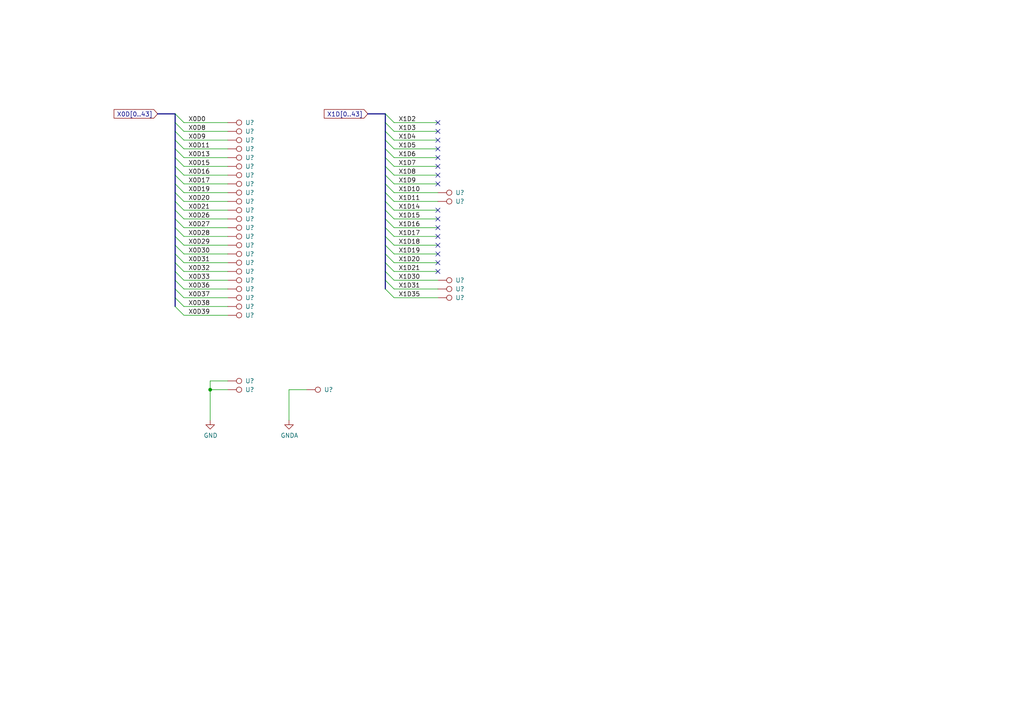
<source format=kicad_sch>
(kicad_sch (version 20211123) (generator eeschema)
  (paper "A4")
  (lib_symbols
    (symbol "Connector:TestPoint" (pin_numbers hide) (pin_names (offset 0.762) hide)
      (property "Reference" "TP" (at 0 6.858 0))
      (property "Value" "TestPoint" (at 0 5.08 0))
      (symbol "TestPoint_0_1"
        (circle (center 0 3.302) (radius 0.762))
      )
      (symbol "TestPoint_1_1"
        (pin passive line (at 0 0 90) (length 2.54) (name "1") (number "1"))
      )
    )
    (symbol "power:GND" (power) (pin_names (offset 0))
      (property "Value" "GND" (at 0 -3.81 0))
      (symbol "GND_0_1"
        (polyline (pts (xy 0 0) (xy 0 -1.27) (xy 1.27 -1.27) (xy 0 -2.54) (xy -1.27 -1.27) (xy 0 -1.27)))
      )
      (symbol "GND_1_1"
        (pin power_in line (at 0 0 270) (length 0) hide (name "GND") (number "1"))
      )
    )
    (symbol "power:GNDA" (power) (pin_names (offset 0))
      (property "Value" "GNDA" (at 0 -3.81 0))
      (symbol "GNDA_0_1"
        (polyline (pts (xy 0 0) (xy 0 -1.27) (xy 1.27 -1.27) (xy 0 -2.54) (xy -1.27 -1.27) (xy 0 -1.27)))
      )
      (symbol "GNDA_1_1"
        (pin power_in line (at 0 0 270) (length 0) hide (name "GNDA") (number "1"))
      )
    )
  )
  (junction (at 60.96 113.03))
  (no_connect (at 127 63.5))
  (no_connect (at 127 76.2))
  (no_connect (at 127 60.96))
  (no_connect (at 127 43.18))
  (no_connect (at 127 66.04))
  (no_connect (at 127 78.74))
  (no_connect (at 127 53.34))
  (no_connect (at 127 45.72))
  (no_connect (at 127 71.12))
  (no_connect (at 127 38.1))
  (no_connect (at 127 35.56))
  (no_connect (at 127 73.66))
  (no_connect (at 127 48.26))
  (no_connect (at 127 40.64))
  (no_connect (at 127 68.58))
  (no_connect (at 127 50.8))
  (bus_entry (at 50.8 48.26) (size 2.54 2.54))
  (bus_entry (at 111.76 83.82) (size 2.54 2.54))
  (bus_entry (at 50.8 68.58) (size 2.54 2.54))
  (bus_entry (at 50.8 55.88) (size 2.54 2.54))
  (bus_entry (at 50.8 60.96) (size 2.54 2.54))
  (bus_entry (at 50.8 78.74) (size 2.54 2.54))
  (bus_entry (at 111.76 50.8) (size 2.54 2.54))
  (bus_entry (at 111.76 55.88) (size 2.54 2.54))
  (bus_entry (at 111.76 40.64) (size 2.54 2.54))
  (bus_entry (at 50.8 58.42) (size 2.54 2.54))
  (bus_entry (at 50.8 83.82) (size 2.54 2.54))
  (bus_entry (at 111.76 43.18) (size 2.54 2.54))
  (bus_entry (at 111.76 53.34) (size 2.54 2.54))
  (bus_entry (at 50.8 63.5) (size 2.54 2.54))
  (bus_entry (at 50.8 76.2) (size 2.54 2.54))
  (bus_entry (at 50.8 53.34) (size 2.54 2.54))
  (bus_entry (at 111.76 78.74) (size 2.54 2.54))
  (bus_entry (at 50.8 45.72) (size 2.54 2.54))
  (bus_entry (at 50.8 38.1) (size 2.54 2.54))
  (bus_entry (at 111.76 60.96) (size 2.54 2.54))
  (bus_entry (at 111.76 71.12) (size 2.54 2.54))
  (bus_entry (at 50.8 66.04) (size 2.54 2.54))
  (bus_entry (at 111.76 33.02) (size 2.54 2.54))
  (bus_entry (at 50.8 81.28) (size 2.54 2.54))
  (bus_entry (at 111.76 48.26) (size 2.54 2.54))
  (bus_entry (at 111.76 38.1) (size 2.54 2.54))
  (bus_entry (at 50.8 50.8) (size 2.54 2.54))
  (bus_entry (at 50.8 86.36) (size 2.54 2.54))
  (bus_entry (at 111.76 63.5) (size 2.54 2.54))
  (bus_entry (at 50.8 40.64) (size 2.54 2.54))
  (bus_entry (at 111.76 81.28) (size 2.54 2.54))
  (bus_entry (at 111.76 58.42) (size 2.54 2.54))
  (bus_entry (at 111.76 35.56) (size 2.54 2.54))
  (bus_entry (at 111.76 68.58) (size 2.54 2.54))
  (bus_entry (at 50.8 88.9) (size 2.54 2.54))
  (bus_entry (at 50.8 71.12) (size 2.54 2.54))
  (bus_entry (at 50.8 43.18) (size 2.54 2.54))
  (bus_entry (at 50.8 33.02) (size 2.54 2.54))
  (bus_entry (at 50.8 73.66) (size 2.54 2.54))
  (bus_entry (at 111.76 76.2) (size 2.54 2.54))
  (bus_entry (at 111.76 66.04) (size 2.54 2.54))
  (bus_entry (at 50.8 35.56) (size 2.54 2.54))
  (bus_entry (at 111.76 73.66) (size 2.54 2.54))
  (bus_entry (at 111.76 45.72) (size 2.54 2.54))
  (wire (pts (xy 114.3 40.64) (xy 127 40.64)))
  (wire (pts (xy 114.3 60.96) (xy 127 60.96)))
  (bus (pts (xy 50.8 55.88) (xy 50.8 58.42)))
  (bus (pts (xy 50.8 81.28) (xy 50.8 83.82)))
  (wire (pts (xy 60.96 113.03) (xy 60.96 121.92)))
  (wire (pts (xy 88.9 113.03) (xy 83.82 113.03)))
  (wire (pts (xy 53.34 38.1) (xy 66.04 38.1)))
  (wire (pts (xy 114.3 43.18) (xy 127 43.18)))
  (bus (pts (xy 111.76 35.56) (xy 111.76 38.1)))
  (wire (pts (xy 114.3 76.2) (xy 127 76.2)))
  (wire (pts (xy 53.34 53.34) (xy 66.04 53.34)))
  (bus (pts (xy 111.76 78.74) (xy 111.76 81.28)))
  (bus (pts (xy 50.8 38.1) (xy 50.8 40.64)))
  (bus (pts (xy 111.76 50.8) (xy 111.76 53.34)))
  (wire (pts (xy 114.3 68.58) (xy 127 68.58)))
  (wire (pts (xy 53.34 50.8) (xy 66.04 50.8)))
  (bus (pts (xy 50.8 86.36) (xy 50.8 88.9)))
  (bus (pts (xy 106.68 33.02) (xy 111.76 33.02)))
  (wire (pts (xy 60.96 110.49) (xy 60.96 113.03)))
  (wire (pts (xy 114.3 45.72) (xy 127 45.72)))
  (wire (pts (xy 114.3 86.36) (xy 127 86.36)))
  (wire (pts (xy 53.34 88.9) (xy 66.04 88.9)))
  (wire (pts (xy 114.3 78.74) (xy 127 78.74)))
  (wire (pts (xy 53.34 71.12) (xy 66.04 71.12)))
  (wire (pts (xy 114.3 81.28) (xy 127 81.28)))
  (wire (pts (xy 53.34 58.42) (xy 66.04 58.42)))
  (bus (pts (xy 50.8 58.42) (xy 50.8 60.96)))
  (bus (pts (xy 50.8 73.66) (xy 50.8 76.2)))
  (bus (pts (xy 111.76 33.02) (xy 111.76 35.56)))
  (bus (pts (xy 50.8 63.5) (xy 50.8 66.04)))
  (bus (pts (xy 50.8 60.96) (xy 50.8 63.5)))
  (bus (pts (xy 50.8 53.34) (xy 50.8 55.88)))
  (wire (pts (xy 53.34 86.36) (xy 66.04 86.36)))
  (bus (pts (xy 111.76 81.28) (xy 111.76 83.82)))
  (bus (pts (xy 50.8 45.72) (xy 50.8 48.26)))
  (bus (pts (xy 50.8 50.8) (xy 50.8 53.34)))
  (bus (pts (xy 50.8 35.56) (xy 50.8 38.1)))
  (bus (pts (xy 111.76 58.42) (xy 111.76 60.96)))
  (bus (pts (xy 111.76 55.88) (xy 111.76 58.42)))
  (bus (pts (xy 50.8 83.82) (xy 50.8 86.36)))
  (bus (pts (xy 111.76 76.2) (xy 111.76 78.74)))
  (bus (pts (xy 50.8 78.74) (xy 50.8 81.28)))
  (wire (pts (xy 114.3 53.34) (xy 127 53.34)))
  (wire (pts (xy 53.34 48.26) (xy 66.04 48.26)))
  (bus (pts (xy 50.8 40.64) (xy 50.8 43.18)))
  (bus (pts (xy 111.76 48.26) (xy 111.76 50.8)))
  (wire (pts (xy 83.82 113.03) (xy 83.82 121.92)))
  (bus (pts (xy 45.72 33.02) (xy 50.8 33.02)))
  (bus (pts (xy 50.8 71.12) (xy 50.8 73.66)))
  (wire (pts (xy 53.34 76.2) (xy 66.04 76.2)))
  (wire (pts (xy 53.34 73.66) (xy 66.04 73.66)))
  (wire (pts (xy 53.34 78.74) (xy 66.04 78.74)))
  (bus (pts (xy 50.8 43.18) (xy 50.8 45.72)))
  (wire (pts (xy 53.34 81.28) (xy 66.04 81.28)))
  (bus (pts (xy 50.8 48.26) (xy 50.8 50.8)))
  (wire (pts (xy 114.3 55.88) (xy 127 55.88)))
  (wire (pts (xy 114.3 63.5) (xy 127 63.5)))
  (bus (pts (xy 111.76 68.58) (xy 111.76 71.12)))
  (wire (pts (xy 53.34 43.18) (xy 66.04 43.18)))
  (wire (pts (xy 53.34 91.44) (xy 66.04 91.44)))
  (wire (pts (xy 114.3 50.8) (xy 127 50.8)))
  (wire (pts (xy 53.34 40.64) (xy 66.04 40.64)))
  (wire (pts (xy 114.3 58.42) (xy 127 58.42)))
  (bus (pts (xy 50.8 33.02) (xy 50.8 35.56)))
  (wire (pts (xy 114.3 71.12) (xy 127 71.12)))
  (wire (pts (xy 114.3 38.1) (xy 127 38.1)))
  (bus (pts (xy 111.76 66.04) (xy 111.76 68.58)))
  (bus (pts (xy 50.8 66.04) (xy 50.8 68.58)))
  (wire (pts (xy 66.04 110.49) (xy 60.96 110.49)))
  (bus (pts (xy 111.76 45.72) (xy 111.76 48.26)))
  (wire (pts (xy 114.3 35.56) (xy 127 35.56)))
  (wire (pts (xy 114.3 83.82) (xy 127 83.82)))
  (bus (pts (xy 111.76 73.66) (xy 111.76 76.2)))
  (bus (pts (xy 111.76 43.18) (xy 111.76 45.72)))
  (wire (pts (xy 53.34 66.04) (xy 66.04 66.04)))
  (wire (pts (xy 53.34 83.82) (xy 66.04 83.82)))
  (wire (pts (xy 53.34 45.72) (xy 66.04 45.72)))
  (wire (pts (xy 53.34 63.5) (xy 66.04 63.5)))
  (wire (pts (xy 53.34 35.56) (xy 66.04 35.56)))
  (wire (pts (xy 114.3 48.26) (xy 127 48.26)))
  (bus (pts (xy 111.76 53.34) (xy 111.76 55.88)))
  (bus (pts (xy 111.76 71.12) (xy 111.76 73.66)))
  (bus (pts (xy 111.76 63.5) (xy 111.76 66.04)))
  (bus (pts (xy 111.76 40.64) (xy 111.76 43.18)))
  (bus (pts (xy 111.76 60.96) (xy 111.76 63.5)))
  (bus (pts (xy 50.8 68.58) (xy 50.8 71.12)))
  (wire (pts (xy 66.04 55.88) (xy 53.34 55.88)))
  (wire (pts (xy 53.34 60.96) (xy 66.04 60.96)))
  (wire (pts (xy 53.34 68.58) (xy 66.04 68.58)))
  (wire (pts (xy 114.3 66.04) (xy 127 66.04)))
  (bus (pts (xy 50.8 76.2) (xy 50.8 78.74)))
  (wire (pts (xy 66.04 113.03) (xy 60.96 113.03)))
  (wire (pts (xy 114.3 73.66) (xy 127 73.66)))
  (bus (pts (xy 111.76 38.1) (xy 111.76 40.64)))
  (label "X1D3" (at 115.57 38.1 0))
  (label "X1D4" (at 115.57 40.64 0))
  (label "X0D13" (at 54.61 45.72 0))
  (label "X0D28" (at 54.61 68.58 0))
  (label "X1D17" (at 115.57 68.58 0))
  (label "X1D8" (at 115.57 50.8 0))
  (label "X0D19" (at 54.61 55.88 0))
  (label "X0D29" (at 54.61 71.12 0))
  (label "X1D9" (at 115.57 53.34 0))
  (label "X0D9" (at 54.61 40.64 0))
  (label "X1D35" (at 115.57 86.36 0))
  (label "X1D31" (at 115.57 83.82 0))
  (label "X1D14" (at 115.57 60.96 0))
  (label "X1D6" (at 115.57 45.72 0))
  (label "X0D0" (at 54.61 35.56 0))
  (label "X1D10" (at 115.57 55.88 0))
  (label "X0D20" (at 54.61 58.42 0))
  (label "X0D27" (at 54.61 66.04 0))
  (label "X0D16" (at 54.61 50.8 0))
  (label "X0D37" (at 54.61 86.36 0))
  (label "X1D5" (at 115.57 43.18 0))
  (label "X0D31" (at 54.61 76.2 0))
  (label "X1D2" (at 115.57 35.56 0))
  (label "X1D18" (at 115.57 71.12 0))
  (label "X0D30" (at 54.61 73.66 0))
  (label "X0D8" (at 54.61 38.1 0))
  (label "X1D19" (at 115.57 73.66 0))
  (label "X1D7" (at 115.57 48.26 0))
  (label "X0D21" (at 54.61 60.96 0))
  (label "X0D36" (at 54.61 83.82 0))
  (label "X0D11" (at 54.61 43.18 0))
  (label "X0D32" (at 54.61 78.74 0))
  (label "X0D33" (at 54.61 81.28 0))
  (label "X1D30" (at 115.57 81.28 0))
  (label "X0D15" (at 54.61 48.26 0))
  (label "X1D11" (at 115.57 58.42 0))
  (label "X0D39" (at 54.61 91.44 0))
  (label "X1D16" (at 115.57 66.04 0))
  (label "X1D20" (at 115.57 76.2 0))
  (label "X0D26" (at 54.61 63.5 0))
  (label "X1D21" (at 115.57 78.74 0))
  (label "X0D38" (at 54.61 88.9 0))
  (label "X0D17" (at 54.61 53.34 0))
  (label "X1D15" (at 115.57 63.5 0))
  (global_label "X1D[0..43]" (shape input) (at 106.68 33.02 180) (property "Intersheet References" "${INTERSHEET_REFS}" (effects hide)))
  (global_label "X0D[0..43]" (shape input) (at 45.72 33.02 180) (property "Intersheet References" "${INTERSHEET_REFS}" (effects hide)))
  (symbol (lib_id "Connector:TestPoint") (at 66.04 35.56 270) (unit 1)
    (property "Value" "TestPoint" (effects hide))
    (property "Footprint" "pretty:TestPoint_Pad_D1.0mm_noCrtYd" (effects hide))
  )
  (symbol (lib_id "Connector:TestPoint") (at 66.04 38.1 270) (unit 1)
    (property "Value" "TestPoint" (effects hide))
    (property "Footprint" "pretty:TestPoint_Pad_D1.0mm_noCrtYd" (effects hide))
  )
  (symbol (lib_id "Connector:TestPoint") (at 66.04 40.64 270) (unit 1)
    (property "Value" "TestPoint" (effects hide))
    (property "Footprint" "pretty:TestPoint_Pad_D1.0mm_noCrtYd" (effects hide))
  )
  (symbol (lib_id "Connector:TestPoint") (at 66.04 43.18 270) (unit 1)
    (property "Value" "TestPoint" (effects hide))
    (property "Footprint" "pretty:TestPoint_Pad_D1.0mm_noCrtYd" (effects hide))
  )
  (symbol (lib_id "Connector:TestPoint") (at 66.04 45.72 270) (unit 1)
    (property "Value" "TestPoint" (effects hide))
    (property "Footprint" "pretty:TestPoint_Pad_D1.0mm_noCrtYd" (effects hide))
  )
  (symbol (lib_id "Connector:TestPoint") (at 66.04 48.26 270) (unit 1)
    (property "Value" "TestPoint" (effects hide))
    (property "Footprint" "pretty:TestPoint_Pad_D1.0mm_noCrtYd" (effects hide))
  )
  (symbol (lib_id "Connector:TestPoint") (at 66.04 50.8 270) (unit 1)
    (property "Value" "TestPoint" (effects hide))
    (property "Footprint" "pretty:TestPoint_Pad_D1.0mm_noCrtYd" (effects hide))
  )
  (symbol (lib_id "Connector:TestPoint") (at 66.04 53.34 270) (unit 1)
    (property "Value" "TestPoint" (effects hide))
    (property "Footprint" "pretty:TestPoint_Pad_D1.0mm_noCrtYd" (effects hide))
  )
  (symbol (lib_id "Connector:TestPoint") (at 66.04 58.42 270) (unit 1)
    (property "Value" "TestPoint" (effects hide))
    (property "Footprint" "pretty:TestPoint_Pad_D1.0mm_noCrtYd" (effects hide))
  )
  (symbol (lib_id "Connector:TestPoint") (at 66.04 60.96 270) (unit 1)
    (property "Value" "TestPoint" (effects hide))
    (property "Footprint" "pretty:TestPoint_Pad_D1.0mm_noCrtYd" (effects hide))
  )
  (symbol (lib_id "Connector:TestPoint") (at 66.04 63.5 270) (unit 1)
    (property "Value" "TestPoint" (effects hide))
    (property "Footprint" "pretty:TestPoint_Pad_D1.0mm_noCrtYd" (effects hide))
  )
  (symbol (lib_id "Connector:TestPoint") (at 66.04 66.04 270) (unit 1)
    (property "Value" "TestPoint" (effects hide))
    (property "Footprint" "pretty:TestPoint_Pad_D1.0mm_noCrtYd" (effects hide))
  )
  (symbol (lib_id "Connector:TestPoint") (at 66.04 68.58 270) (unit 1)
    (property "Value" "TestPoint" (effects hide))
    (property "Footprint" "pretty:TestPoint_Pad_D1.0mm_noCrtYd" (effects hide))
  )
  (symbol (lib_id "Connector:TestPoint") (at 66.04 71.12 270) (unit 1)
    (property "Value" "TestPoint" (effects hide))
    (property "Footprint" "pretty:TestPoint_Pad_D1.0mm_noCrtYd" (effects hide))
  )
  (symbol (lib_id "Connector:TestPoint") (at 66.04 73.66 270) (unit 1)
    (property "Value" "TestPoint" (effects hide))
    (property "Footprint" "pretty:TestPoint_Pad_D1.0mm_noCrtYd" (effects hide))
  )
  (symbol (lib_id "Connector:TestPoint") (at 66.04 76.2 270) (unit 1)
    (property "Value" "TestPoint" (effects hide))
    (property "Footprint" "pretty:TestPoint_Pad_D1.0mm_noCrtYd" (effects hide))
  )
  (symbol (lib_id "Connector:TestPoint") (at 66.04 78.74 270) (unit 1)
    (property "Value" "TestPoint" (effects hide))
    (property "Footprint" "pretty:TestPoint_Pad_D1.0mm_noCrtYd" (effects hide))
  )
  (symbol (lib_id "Connector:TestPoint") (at 66.04 81.28 270) (unit 1)
    (property "Value" "TestPoint" (effects hide))
    (property "Footprint" "pretty:TestPoint_Pad_D1.0mm_noCrtYd" (effects hide))
  )
  (symbol (lib_id "Connector:TestPoint") (at 66.04 83.82 270) (unit 1)
    (property "Value" "TestPoint" (effects hide))
    (property "Footprint" "pretty:TestPoint_Pad_D1.0mm_noCrtYd" (effects hide))
  )
  (symbol (lib_id "Connector:TestPoint") (at 66.04 86.36 270) (unit 1)
    (property "Value" "TestPoint" (effects hide))
    (property "Footprint" "pretty:TestPoint_Pad_D1.0mm_noCrtYd" (effects hide))
  )
  (symbol (lib_id "Connector:TestPoint") (at 66.04 88.9 270) (unit 1)
    (property "Value" "TestPoint" (effects hide))
    (property "Footprint" "pretty:TestPoint_Pad_D1.0mm_noCrtYd" (effects hide))
  )
  (symbol (lib_id "Connector:TestPoint") (at 66.04 91.44 270) (unit 1)
    (property "Value" "TestPoint" (effects hide))
    (property "Footprint" "pretty:TestPoint_Pad_D1.0mm_noCrtYd" (effects hide))
  )
  (symbol (lib_id "Connector:TestPoint") (at 127 55.88 270) (unit 1)
    (property "Value" "TestPoint" (effects hide))
    (property "Footprint" "pretty:TestPoint_Pad_D1.0mm_noCrtYd" (effects hide))
  )
  (symbol (lib_id "Connector:TestPoint") (at 127 58.42 270) (unit 1)
    (property "Value" "TestPoint" (effects hide))
    (property "Footprint" "pretty:TestPoint_Pad_D1.0mm_noCrtYd" (effects hide))
  )
  (symbol (lib_id "Connector:TestPoint") (at 127 81.28 270) (unit 1)
    (property "Value" "TestPoint" (effects hide))
    (property "Footprint" "pretty:TestPoint_Pad_D1.0mm_noCrtYd" (effects hide))
  )
  (symbol (lib_id "Connector:TestPoint") (at 127 83.82 270) (unit 1)
    (property "Value" "TestPoint" (effects hide))
    (property "Footprint" "pretty:TestPoint_Pad_D1.0mm_noCrtYd" (effects hide))
  )
  (symbol (lib_id "Connector:TestPoint") (at 127 86.36 270) (unit 1)
    (property "Value" "TestPoint" (effects hide))
    (property "Footprint" "pretty:TestPoint_Pad_D1.0mm_noCrtYd" (effects hide))
  )
  (symbol (lib_id "Connector:TestPoint") (at 66.04 110.49 270) (unit 1)
    (property "Value" "TestPoint" (effects hide))
    (property "Footprint" "TestPoint:TestPoint_Pad_4.0x4.0mm" (effects hide))
  )
  (symbol (lib_id "Connector:TestPoint") (at 66.04 113.03 270) (unit 1)
    (property "Value" "TestPoint" (effects hide))
    (property "Footprint" "TestPoint:TestPoint_Pad_4.0x4.0mm" (effects hide))
  )
  (symbol (lib_id "power:GND") (at 60.96 121.92 0) (unit 1)
    (property "Reference" "#PWR0183" (effects hide))
    (property "Value" "GND" (at 61.087 126.3142 0))
  )
  (symbol (lib_id "Connector:TestPoint") (at 88.9 113.03 270) (unit 1)
    (property "Value" "TestPoint" (effects hide))
    (property "Footprint" "TestPoint:TestPoint_Pad_4.0x4.0mm" (effects hide))
  )
  (symbol (lib_id "power:GNDA") (at 83.82 121.92 0) (unit 1)
    (property "Reference" "#PWR0185" (effects hide))
    (property "Value" "GNDA" (at 83.947 126.3142 0))
  )
  (symbol (lib_id "Connector:TestPoint") (at 66.04 55.88 270) (unit 1)
    (property "Value" "TestPoint" (effects hide))
    (property "Footprint" "pretty:TestPoint_Pad_D1.0mm_noCrtYd" (effects hide))
  )
)
</source>
